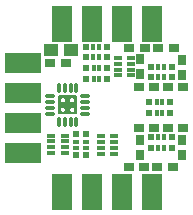
<source format=gts>
G04 DipTrace 2.4.0.2*
%INECGNCHADCBFR0402.gts*%
%MOMM*%
%ADD14C,0.152*%
%ADD34C,0.165*%
%ADD50O,0.9X0.35*%
%ADD51O,0.35X0.9*%
%ADD52R,0.55X0.3*%
%ADD53R,0.55X0.575*%
%ADD54R,0.3X0.55*%
%ADD55R,0.575X0.55*%
%ADD56R,2.082X1.75*%
%ADD57R,1.65X1.75*%
%ADD59R,1.75X2.082*%
%ADD61R,1.75X1.65*%
%ADD62R,1.15X1.05*%
%ADD63R,0.65X0.3*%
%ADD64R,0.75X0.95*%
%ADD65R,0.95X0.75*%
%FSLAX53Y53*%
G04*
G71*
G90*
G75*
G01*
%LNTopMask*%
%LPD*%
D65*
X20778Y12604D3*
X19478D3*
D64*
X20469Y14893D3*
Y13593D3*
D63*
X14063Y13758D3*
Y14258D3*
Y14758D3*
Y15258D3*
X12913D3*
Y14758D3*
Y14258D3*
Y13758D3*
X17100Y15198D3*
Y14698D3*
Y14198D3*
Y13698D3*
X18250D3*
Y14198D3*
Y14698D3*
Y15198D3*
X18526Y21849D3*
Y21349D3*
Y20849D3*
Y20349D3*
X19676D3*
Y20849D3*
Y21349D3*
Y21849D3*
D65*
X21646Y15933D3*
X20346D3*
D62*
X14579Y22523D3*
X12879D3*
D65*
X14149Y21389D3*
X12849D3*
X22806Y15923D3*
X24106D3*
D64*
X23981Y14925D3*
Y13625D3*
D65*
X21892Y12603D3*
X23192D3*
X20821Y22698D3*
X19521D3*
X21653Y19369D3*
X20353D3*
D64*
X20470Y20459D3*
Y21759D3*
X23989Y20395D3*
Y21695D3*
D65*
X22799Y19377D3*
X24099D3*
X21968Y22698D3*
X23268D3*
D61*
X18898Y23978D3*
X21438D3*
D59*
X18898Y25248D3*
X21438D3*
D61*
X18898Y11278D3*
X21438D3*
D59*
X18898Y10008D3*
X21438D3*
D57*
X11278Y13818D3*
Y16358D3*
Y18898D3*
Y21438D3*
D56*
X10008D3*
Y18898D3*
Y16358D3*
Y13818D3*
D61*
X16358Y11278D3*
X13818D3*
D59*
X16358Y10008D3*
X13818D3*
D61*
X16358Y23978D3*
X13818D3*
D59*
X16358Y25248D3*
X13818D3*
D55*
X15846Y21896D3*
D54*
X16486D3*
X16986D3*
D55*
X17621D3*
Y22796D3*
D54*
X16986D3*
X16486D3*
D55*
X15846D3*
X21328Y20188D3*
D54*
X21968D3*
X22468D3*
D55*
X23103D3*
Y21088D3*
D54*
X22468D3*
X21968D3*
D55*
X21328D3*
D53*
X14976Y15388D3*
D52*
Y14748D3*
Y14248D3*
D53*
Y13613D3*
X15876D3*
D52*
Y14248D3*
Y14748D3*
D53*
Y15388D3*
D55*
X15858Y20042D3*
D54*
X16498D3*
X16998D3*
D55*
X17633D3*
Y20942D3*
D54*
X16998D3*
X16498D3*
D55*
X15858D3*
X21192Y17204D3*
D54*
X21832D3*
X22332D3*
D55*
X22967D3*
Y18104D3*
D54*
X22332D3*
X21832D3*
D55*
X21192D3*
X21326Y14211D3*
D54*
X21966D3*
X22466D3*
D55*
X23101D3*
Y15111D3*
D54*
X22466D3*
X21966D3*
D55*
X21326D3*
X15005Y18571D2*
D14*
X13592D1*
Y17151D1*
X15005D1*
Y18571D1*
G36*
X14511Y18095D2*
X14038D1*
Y17621D1*
X14511D1*
Y18095D1*
G37*
G36*
X15038Y18025D2*
X14505D1*
Y17708D1*
X15038D1*
Y18025D1*
G37*
G36*
X14511Y17668D2*
X14121D1*
Y17125D1*
X14511D1*
Y17668D1*
G37*
G36*
X14455Y18608D2*
X14145D1*
Y18091D1*
X14455D1*
Y18608D1*
G37*
G36*
X14048Y18018D2*
X13558D1*
Y17698D1*
X14048D1*
Y18018D1*
G37*
X14418Y17465D2*
D34*
X14419Y17484D1*
X14421Y17502D1*
X14425Y17520D1*
X14429Y17539D1*
X14435Y17556D1*
X14443Y17573D1*
X14451Y17590D1*
X14461Y17606D1*
X14472Y17622D1*
X14484Y17636D1*
X14497Y17650D1*
X14511Y17663D1*
X14526Y17675D1*
X14542Y17686D1*
X14558Y17696D1*
X14575Y17705D1*
X14593Y17712D1*
X14611Y17719D1*
X14630Y17724D1*
X14649Y17728D1*
X14669Y17730D1*
X14688Y17731D1*
X14708D1*
X14727Y17730D1*
X14746Y17728D1*
X14765Y17724D1*
X14784Y17719D1*
X14802Y17712D1*
X14820Y17705D1*
X14837Y17696D1*
X14854Y17686D1*
X14870Y17675D1*
X14885Y17663D1*
X14899Y17650D1*
X14912Y17636D1*
X14924Y17622D1*
X14935Y17606D1*
X14944Y17590D1*
X14953Y17573D1*
X14960Y17556D1*
X14966Y17539D1*
X14971Y17520D1*
X14974Y17502D1*
X14976Y17484D1*
X14977Y17465D1*
X14976Y17446D1*
X14974Y17428D1*
X14971Y17410D1*
X14966Y17392D1*
X14960Y17374D1*
X14953Y17357D1*
X14944Y17340D1*
X14935Y17324D1*
X14924Y17308D1*
X14912Y17294D1*
X14899Y17280D1*
X14885Y17267D1*
X14870Y17255D1*
X14854Y17244D1*
X14837Y17234D1*
X14820Y17225D1*
X14802Y17218D1*
X14784Y17211D1*
X14765Y17206D1*
X14746Y17202D1*
X14727Y17200D1*
X14708Y17199D1*
X14688D1*
X14669Y17200D1*
X14649Y17202D1*
X14630Y17206D1*
X14611Y17211D1*
X14593Y17218D1*
X14575Y17225D1*
X14558Y17234D1*
X14542Y17244D1*
X14526Y17255D1*
X14511Y17267D1*
X14497Y17280D1*
X14484Y17294D1*
X14472Y17308D1*
X14461Y17324D1*
X14451Y17340D1*
X14443Y17357D1*
X14435Y17374D1*
X14429Y17392D1*
X14425Y17410D1*
X14421Y17428D1*
X14419Y17446D1*
X14418Y17465D1*
X13622Y17462D2*
X13623Y17480D1*
X13625Y17499D1*
X13628Y17517D1*
X13633Y17535D1*
X13639Y17553D1*
X13646Y17570D1*
X13655Y17587D1*
X13664Y17603D1*
X13675Y17618D1*
X13687Y17633D1*
X13700Y17647D1*
X13714Y17660D1*
X13729Y17672D1*
X13745Y17683D1*
X13762Y17693D1*
X13779Y17701D1*
X13797Y17709D1*
X13815Y17715D1*
X13834Y17720D1*
X13853Y17724D1*
X13872Y17727D1*
X13892Y17728D1*
X13911D1*
X13930Y17727D1*
X13950Y17724D1*
X13969Y17720D1*
X13988Y17715D1*
X14006Y17709D1*
X14024Y17701D1*
X14041Y17693D1*
X14058Y17683D1*
X14073Y17672D1*
X14088Y17660D1*
X14102Y17647D1*
X14115Y17633D1*
X14127Y17618D1*
X14138Y17603D1*
X14148Y17587D1*
X14157Y17570D1*
X14164Y17553D1*
X14170Y17535D1*
X14175Y17517D1*
X14178Y17499D1*
X14180Y17480D1*
X14181Y17462D1*
X14180Y17443D1*
X14178Y17425D1*
X14175Y17406D1*
X14170Y17388D1*
X14164Y17371D1*
X14157Y17353D1*
X14148Y17337D1*
X14138Y17320D1*
X14127Y17305D1*
X14115Y17290D1*
X14102Y17277D1*
X14088Y17264D1*
X14073Y17252D1*
X14058Y17241D1*
X14041Y17231D1*
X14024Y17222D1*
X14006Y17215D1*
X13988Y17208D1*
X13969Y17203D1*
X13950Y17199D1*
X13930Y17197D1*
X13911Y17195D1*
X13892D1*
X13872Y17197D1*
X13853Y17199D1*
X13834Y17203D1*
X13815Y17208D1*
X13797Y17215D1*
X13779Y17222D1*
X13762Y17231D1*
X13745Y17241D1*
X13729Y17252D1*
X13714Y17264D1*
X13700Y17277D1*
X13687Y17290D1*
X13675Y17305D1*
X13664Y17320D1*
X13655Y17337D1*
X13646Y17353D1*
X13639Y17371D1*
X13633Y17388D1*
X13628Y17406D1*
X13625Y17425D1*
X13623Y17443D1*
X13622Y17462D1*
X14415Y18255D2*
X14416Y18274D1*
X14418Y18292D1*
X14422Y18310D1*
X14426Y18329D1*
X14432Y18346D1*
X14440Y18363D1*
X14448Y18380D1*
X14458Y18396D1*
X14469Y18412D1*
X14481Y18426D1*
X14494Y18440D1*
X14508Y18453D1*
X14523Y18465D1*
X14538Y18476D1*
X14555Y18486D1*
X14572Y18495D1*
X14590Y18502D1*
X14608Y18509D1*
X14627Y18514D1*
X14646Y18518D1*
X14665Y18520D1*
X14685Y18522D1*
X14704D1*
X14724Y18520D1*
X14743Y18518D1*
X14762Y18514D1*
X14781Y18509D1*
X14799Y18502D1*
X14817Y18495D1*
X14834Y18486D1*
X14851Y18476D1*
X14866Y18465D1*
X14881Y18453D1*
X14895Y18440D1*
X14908Y18426D1*
X14920Y18412D1*
X14931Y18396D1*
X14941Y18380D1*
X14950Y18363D1*
X14957Y18346D1*
X14963Y18329D1*
X14968Y18310D1*
X14971Y18292D1*
X14973Y18274D1*
X14974Y18255D1*
X14973Y18236D1*
X14971Y18218D1*
X14968Y18200D1*
X14963Y18182D1*
X14957Y18164D1*
X14950Y18147D1*
X14941Y18130D1*
X14931Y18114D1*
X14920Y18098D1*
X14908Y18084D1*
X14895Y18070D1*
X14881Y18057D1*
X14866Y18045D1*
X14851Y18034D1*
X14834Y18024D1*
X14817Y18015D1*
X14799Y18008D1*
X14781Y18001D1*
X14762Y17996D1*
X14743Y17992D1*
X14724Y17990D1*
X14704Y17989D1*
X14685D1*
X14665Y17990D1*
X14646Y17992D1*
X14627Y17996D1*
X14608Y18001D1*
X14590Y18008D1*
X14572Y18015D1*
X14555Y18024D1*
X14538Y18034D1*
X14523Y18045D1*
X14508Y18057D1*
X14494Y18070D1*
X14481Y18084D1*
X14469Y18098D1*
X14458Y18114D1*
X14448Y18130D1*
X14440Y18147D1*
X14432Y18164D1*
X14426Y18182D1*
X14422Y18200D1*
X14418Y18218D1*
X14416Y18236D1*
X14415Y18255D1*
X13625D2*
X13626Y18274D1*
X13628Y18292D1*
X13631Y18310D1*
X13636Y18329D1*
X13642Y18346D1*
X13649Y18363D1*
X13658Y18380D1*
X13668Y18396D1*
X13679Y18412D1*
X13691Y18426D1*
X13704Y18440D1*
X13718Y18453D1*
X13733Y18465D1*
X13748Y18476D1*
X13765Y18486D1*
X13782Y18495D1*
X13800Y18502D1*
X13818Y18509D1*
X13837Y18514D1*
X13856Y18518D1*
X13875Y18520D1*
X13895Y18522D1*
X13914D1*
X13934Y18520D1*
X13953Y18518D1*
X13972Y18514D1*
X13991Y18509D1*
X14009Y18502D1*
X14027Y18495D1*
X14044Y18486D1*
X14061Y18476D1*
X14077Y18465D1*
X14092Y18453D1*
X14106Y18440D1*
X14119Y18426D1*
X14131Y18412D1*
X14142Y18396D1*
X14151Y18380D1*
X14160Y18363D1*
X14167Y18346D1*
X14173Y18329D1*
X14178Y18310D1*
X14181Y18292D1*
X14183Y18274D1*
X14184Y18255D1*
X14183Y18236D1*
X14181Y18218D1*
X14178Y18200D1*
X14173Y18182D1*
X14167Y18164D1*
X14160Y18147D1*
X14151Y18130D1*
X14142Y18114D1*
X14131Y18098D1*
X14119Y18084D1*
X14106Y18070D1*
X14092Y18057D1*
X14077Y18045D1*
X14061Y18034D1*
X14044Y18024D1*
X14027Y18015D1*
X14009Y18008D1*
X13991Y18001D1*
X13972Y17996D1*
X13953Y17992D1*
X13934Y17990D1*
X13914Y17989D1*
X13895D1*
X13875Y17990D1*
X13856Y17992D1*
X13837Y17996D1*
X13818Y18001D1*
X13800Y18008D1*
X13782Y18015D1*
X13765Y18024D1*
X13748Y18034D1*
X13733Y18045D1*
X13718Y18057D1*
X13704Y18070D1*
X13691Y18084D1*
X13679Y18098D1*
X13668Y18114D1*
X13658Y18130D1*
X13649Y18147D1*
X13642Y18164D1*
X13636Y18182D1*
X13631Y18200D1*
X13628Y18218D1*
X13626Y18236D1*
X13625Y18255D1*
D51*
X15048Y19308D3*
X14548D3*
X14048D3*
X13548D3*
D50*
X12848Y18608D3*
Y18108D3*
Y17608D3*
Y17108D3*
D51*
X13548Y16408D3*
X14048D3*
X14548D3*
X15048D3*
D50*
X15748Y17108D3*
Y17608D3*
Y18108D3*
Y18608D3*
M02*

</source>
